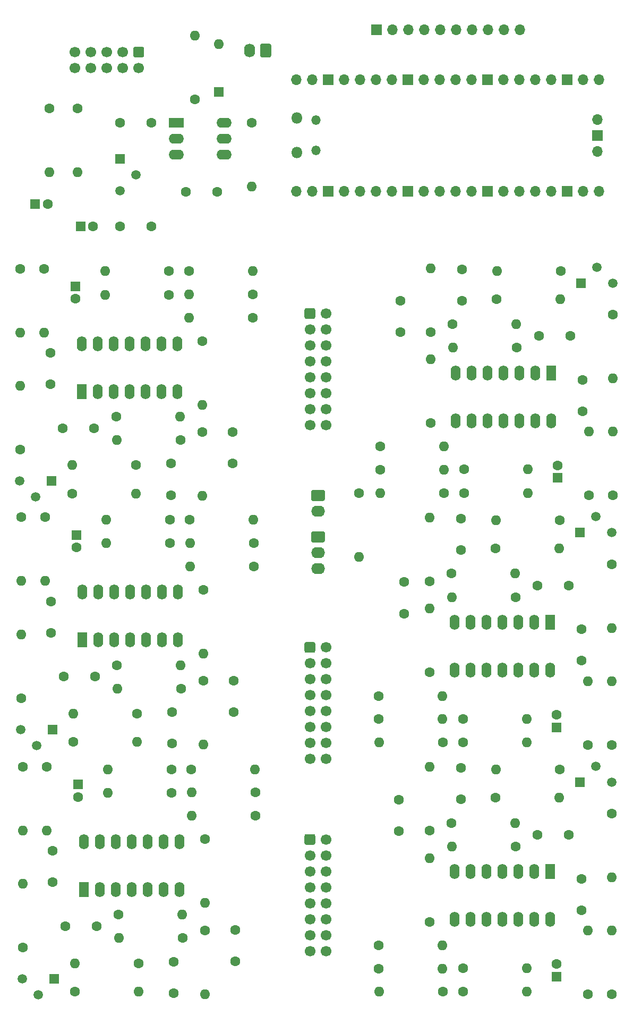
<source format=gbr>
%TF.GenerationSoftware,KiCad,Pcbnew,5.1.10-88a1d61d58~88~ubuntu20.10.1*%
%TF.CreationDate,2021-05-14T16:13:35+02:00*%
%TF.ProjectId,pico-dco,7069636f-2d64-4636-9f2e-6b696361645f,v2.0.0*%
%TF.SameCoordinates,Original*%
%TF.FileFunction,Soldermask,Bot*%
%TF.FilePolarity,Negative*%
%FSLAX46Y46*%
G04 Gerber Fmt 4.6, Leading zero omitted, Abs format (unit mm)*
G04 Created by KiCad (PCBNEW 5.1.10-88a1d61d58~88~ubuntu20.10.1) date 2021-05-14 16:13:35*
%MOMM*%
%LPD*%
G01*
G04 APERTURE LIST*
%ADD10O,1.700000X1.700000*%
%ADD11R,1.700000X1.700000*%
%ADD12O,1.600000X1.600000*%
%ADD13C,1.600000*%
%ADD14O,1.600000X2.400000*%
%ADD15R,1.600000X2.400000*%
%ADD16R,1.500000X1.500000*%
%ADD17C,1.500000*%
%ADD18R,1.600000X1.600000*%
%ADD19C,1.700000*%
%ADD20O,2.190000X1.740000*%
%ADD21O,2.400000X1.600000*%
%ADD22R,2.400000X1.600000*%
%ADD23O,1.740000X2.190000*%
%ADD24O,1.500000X1.500000*%
%ADD25O,1.800000X1.800000*%
G04 APERTURE END LIST*
D10*
%TO.C,MOD1*%
X132260000Y-22700000D03*
X129720000Y-22700000D03*
X127180000Y-22700000D03*
X124640000Y-22700000D03*
X122100000Y-22700000D03*
X119560000Y-22700000D03*
X117020000Y-22700000D03*
X114480000Y-22700000D03*
X111940000Y-22700000D03*
D11*
X109400000Y-22700000D03*
%TD*%
D12*
%TO.C,R4*%
X106600000Y-106660000D03*
D13*
X106600000Y-96500000D03*
%TD*%
%TO.C,C16*%
X113800000Y-115700000D03*
X113800000Y-110700000D03*
%TD*%
D14*
%TO.C,U8*%
X62810000Y-152060000D03*
X78050000Y-159680000D03*
X65350000Y-152060000D03*
X75510000Y-159680000D03*
X67890000Y-152060000D03*
X72970000Y-159680000D03*
X70430000Y-152060000D03*
X70430000Y-159680000D03*
X72970000Y-152060000D03*
X67890000Y-159680000D03*
X75510000Y-152060000D03*
X65350000Y-159680000D03*
X78050000Y-152060000D03*
D15*
X62810000Y-159680000D03*
%TD*%
D14*
%TO.C,U7*%
X137100000Y-164440000D03*
X121860000Y-156820000D03*
X134560000Y-164440000D03*
X124400000Y-156820000D03*
X132020000Y-164440000D03*
X126940000Y-156820000D03*
X129480000Y-164440000D03*
X129480000Y-156820000D03*
X126940000Y-164440000D03*
X132020000Y-156820000D03*
X124400000Y-164440000D03*
X134560000Y-156820000D03*
X121860000Y-164440000D03*
D15*
X137100000Y-156820000D03*
%TD*%
D14*
%TO.C,U6*%
X62560000Y-112300000D03*
X77800000Y-119920000D03*
X65100000Y-112300000D03*
X75260000Y-119920000D03*
X67640000Y-112300000D03*
X72720000Y-119920000D03*
X70180000Y-112300000D03*
X70180000Y-119920000D03*
X72720000Y-112300000D03*
X67640000Y-119920000D03*
X75260000Y-112300000D03*
X65100000Y-119920000D03*
X77800000Y-112300000D03*
D15*
X62560000Y-119920000D03*
%TD*%
D14*
%TO.C,U5*%
X137100000Y-124700000D03*
X121860000Y-117080000D03*
X134560000Y-124700000D03*
X124400000Y-117080000D03*
X132020000Y-124700000D03*
X126940000Y-117080000D03*
X129480000Y-124700000D03*
X129480000Y-117080000D03*
X126940000Y-124700000D03*
X132020000Y-117080000D03*
X124400000Y-124700000D03*
X134560000Y-117080000D03*
X121860000Y-124700000D03*
D15*
X137100000Y-117080000D03*
%TD*%
D12*
%TO.C,R87*%
X66550000Y-140530000D03*
D13*
X76710000Y-140530000D03*
%TD*%
D12*
%TO.C,R86*%
X66550000Y-144279999D03*
D13*
X76710000Y-144279999D03*
%TD*%
D12*
%TO.C,R85*%
X56810000Y-150290000D03*
D13*
X56810000Y-140130000D03*
%TD*%
D12*
%TO.C,R84*%
X53010000Y-150290000D03*
D13*
X53010000Y-140130000D03*
%TD*%
D12*
%TO.C,R83*%
X53010000Y-158770000D03*
D13*
X53010000Y-168930000D03*
%TD*%
D12*
%TO.C,R82*%
X90070000Y-140530000D03*
D13*
X79910000Y-140530000D03*
%TD*%
D12*
%TO.C,R81*%
X79950000Y-144229999D03*
D13*
X90110000Y-144229999D03*
%TD*%
D12*
%TO.C,R80*%
X79950000Y-147929999D03*
D13*
X90110000Y-147929999D03*
%TD*%
D12*
%TO.C,R79*%
X71470000Y-175930000D03*
D13*
X61310000Y-175930000D03*
%TD*%
D12*
%TO.C,R78*%
X78470000Y-163680000D03*
D13*
X68310000Y-163680000D03*
%TD*%
D12*
%TO.C,R77*%
X61350000Y-171430000D03*
D13*
X71510000Y-171430000D03*
%TD*%
D12*
%TO.C,R76*%
X68400000Y-167429999D03*
D13*
X78560000Y-167429999D03*
%TD*%
D12*
%TO.C,R75*%
X82060000Y-161839999D03*
D13*
X82060000Y-151679999D03*
%TD*%
D12*
%TO.C,R74*%
X82060000Y-176339999D03*
D13*
X82060000Y-166179999D03*
%TD*%
D12*
%TO.C,R73*%
X133360000Y-175970000D03*
D13*
X123200000Y-175970000D03*
%TD*%
D12*
%TO.C,R72*%
X133360000Y-172220001D03*
D13*
X123200000Y-172220001D03*
%TD*%
D12*
%TO.C,R71*%
X143100000Y-166210000D03*
D13*
X143100000Y-176370000D03*
%TD*%
D12*
%TO.C,R70*%
X146900000Y-166210000D03*
D13*
X146900000Y-176370000D03*
%TD*%
D12*
%TO.C,R69*%
X146900000Y-157730000D03*
D13*
X146900000Y-147570000D03*
%TD*%
D12*
%TO.C,R68*%
X109840000Y-175970000D03*
D13*
X120000000Y-175970000D03*
%TD*%
D12*
%TO.C,R67*%
X119960000Y-172270001D03*
D13*
X109800000Y-172270001D03*
%TD*%
D12*
%TO.C,R66*%
X119960000Y-168570001D03*
D13*
X109800000Y-168570001D03*
%TD*%
D12*
%TO.C,R65*%
X128440000Y-140570000D03*
D13*
X138600000Y-140570000D03*
%TD*%
D12*
%TO.C,R64*%
X121440000Y-152820000D03*
D13*
X131600000Y-152820000D03*
%TD*%
D12*
%TO.C,R63*%
X138560000Y-145070000D03*
D13*
X128400000Y-145070000D03*
%TD*%
D12*
%TO.C,R62*%
X131510000Y-149070001D03*
D13*
X121350000Y-149070001D03*
%TD*%
D12*
%TO.C,R61*%
X117850000Y-154660001D03*
D13*
X117850000Y-164820001D03*
%TD*%
D12*
%TO.C,R60*%
X117850000Y-140160001D03*
D13*
X117850000Y-150320001D03*
%TD*%
D12*
%TO.C,R59*%
X66300000Y-100770000D03*
D13*
X76460000Y-100770000D03*
%TD*%
D12*
%TO.C,R58*%
X66300000Y-104520000D03*
D13*
X76460000Y-104520000D03*
%TD*%
D12*
%TO.C,R57*%
X56560000Y-110530000D03*
D13*
X56560000Y-100370000D03*
%TD*%
D12*
%TO.C,R56*%
X52760000Y-110530000D03*
D13*
X52760000Y-100370000D03*
%TD*%
D12*
%TO.C,R55*%
X52760000Y-119010000D03*
D13*
X52760000Y-129170000D03*
%TD*%
D12*
%TO.C,R54*%
X89820000Y-100770000D03*
D13*
X79660000Y-100770000D03*
%TD*%
D12*
%TO.C,R53*%
X79700000Y-104470000D03*
D13*
X89860000Y-104470000D03*
%TD*%
D12*
%TO.C,R52*%
X79700000Y-108170000D03*
D13*
X89860000Y-108170000D03*
%TD*%
D12*
%TO.C,R51*%
X71220000Y-136170000D03*
D13*
X61060000Y-136170000D03*
%TD*%
D12*
%TO.C,R50*%
X78220000Y-123920000D03*
D13*
X68060000Y-123920000D03*
%TD*%
D12*
%TO.C,R49*%
X61100000Y-131670000D03*
D13*
X71260000Y-131670000D03*
%TD*%
D12*
%TO.C,R48*%
X68150000Y-127670000D03*
D13*
X78310000Y-127670000D03*
%TD*%
D12*
%TO.C,R47*%
X81810000Y-122080000D03*
D13*
X81810000Y-111920000D03*
%TD*%
D12*
%TO.C,R46*%
X81810000Y-136580000D03*
D13*
X81810000Y-126420000D03*
%TD*%
D12*
%TO.C,R45*%
X133360000Y-136230000D03*
D13*
X123200000Y-136230000D03*
%TD*%
D12*
%TO.C,R44*%
X133360000Y-132480000D03*
D13*
X123200000Y-132480000D03*
%TD*%
D12*
%TO.C,R43*%
X143100000Y-126470000D03*
D13*
X143100000Y-136630000D03*
%TD*%
D12*
%TO.C,R42*%
X146900000Y-126470000D03*
D13*
X146900000Y-136630000D03*
%TD*%
D12*
%TO.C,R41*%
X146900000Y-117990000D03*
D13*
X146900000Y-107830000D03*
%TD*%
D12*
%TO.C,R40*%
X109840000Y-136230000D03*
D13*
X120000000Y-136230000D03*
%TD*%
D12*
%TO.C,R39*%
X119960000Y-132530000D03*
D13*
X109800000Y-132530000D03*
%TD*%
D12*
%TO.C,R38*%
X119960000Y-128830000D03*
D13*
X109800000Y-128830000D03*
%TD*%
D12*
%TO.C,R37*%
X128440000Y-100830000D03*
D13*
X138600000Y-100830000D03*
%TD*%
D12*
%TO.C,R36*%
X121440000Y-113080000D03*
D13*
X131600000Y-113080000D03*
%TD*%
D12*
%TO.C,R35*%
X138560000Y-105330000D03*
D13*
X128400000Y-105330000D03*
%TD*%
D12*
%TO.C,R34*%
X131510000Y-109330000D03*
D13*
X121350000Y-109330000D03*
%TD*%
D12*
%TO.C,R33*%
X117850000Y-114920000D03*
D13*
X117850000Y-125080000D03*
%TD*%
D12*
%TO.C,R32*%
X117850000Y-100420000D03*
D13*
X117850000Y-110580000D03*
%TD*%
D16*
%TO.C,Q6*%
X58060000Y-173930000D03*
D17*
X52980000Y-173930000D03*
X55520000Y-176470000D03*
%TD*%
D16*
%TO.C,Q5*%
X141850000Y-142570000D03*
D17*
X146930000Y-142570000D03*
X144390000Y-140030000D03*
%TD*%
D16*
%TO.C,Q4*%
X57810000Y-134170000D03*
D17*
X52730000Y-134170000D03*
X55270000Y-136710000D03*
%TD*%
D16*
%TO.C,Q3*%
X141850000Y-102830000D03*
D17*
X146930000Y-102830000D03*
X144390000Y-100290000D03*
%TD*%
D13*
%TO.C,C35*%
X57810000Y-153530000D03*
X57810000Y-158530000D03*
%TD*%
%TO.C,C34*%
X61810000Y-144930000D03*
D18*
X61810000Y-142930000D03*
%TD*%
D13*
%TO.C,C33*%
X64810000Y-165530000D03*
X59810000Y-165530000D03*
%TD*%
%TO.C,C32*%
X77060000Y-176180000D03*
X77060000Y-171180000D03*
%TD*%
%TO.C,C31*%
X86910000Y-171129999D03*
X86910000Y-166129999D03*
%TD*%
%TO.C,C30*%
X142100000Y-162970000D03*
X142100000Y-157970000D03*
%TD*%
%TO.C,C29*%
X138100000Y-171570000D03*
D18*
X138100000Y-173570000D03*
%TD*%
D13*
%TO.C,C28*%
X135100000Y-150970000D03*
X140100000Y-150970000D03*
%TD*%
%TO.C,C27*%
X122850000Y-140320000D03*
X122850000Y-145320000D03*
%TD*%
%TO.C,C26*%
X113000000Y-145370001D03*
X113000000Y-150370001D03*
%TD*%
%TO.C,C25*%
X57560000Y-113770000D03*
X57560000Y-118770000D03*
%TD*%
%TO.C,C24*%
X61560000Y-105170000D03*
D18*
X61560000Y-103170000D03*
%TD*%
D13*
%TO.C,C23*%
X64560000Y-125770000D03*
X59560000Y-125770000D03*
%TD*%
%TO.C,C22*%
X76810000Y-136420000D03*
X76810000Y-131420000D03*
%TD*%
%TO.C,C21*%
X86660000Y-131370000D03*
X86660000Y-126370000D03*
%TD*%
%TO.C,C20*%
X142100000Y-123230000D03*
X142100000Y-118230000D03*
%TD*%
%TO.C,C19*%
X138100000Y-131830000D03*
D18*
X138100000Y-133830000D03*
%TD*%
D13*
%TO.C,C18*%
X135100000Y-111230000D03*
X140100000Y-111230000D03*
%TD*%
%TO.C,C17*%
X122850000Y-100580000D03*
X122850000Y-105580000D03*
%TD*%
D14*
%TO.C,U4*%
X62400000Y-72700000D03*
X77640000Y-80320000D03*
X64940000Y-72700000D03*
X75100000Y-80320000D03*
X67480000Y-72700000D03*
X72560000Y-80320000D03*
X70020000Y-72700000D03*
X70020000Y-80320000D03*
X72560000Y-72700000D03*
X67480000Y-80320000D03*
X75100000Y-72700000D03*
X64940000Y-80320000D03*
X77640000Y-72700000D03*
D15*
X62400000Y-80320000D03*
%TD*%
D12*
%TO.C,R31*%
X66140000Y-61170000D03*
D13*
X76300000Y-61170000D03*
%TD*%
D12*
%TO.C,R30*%
X66140000Y-64920000D03*
D13*
X76300000Y-64920000D03*
%TD*%
D12*
%TO.C,R29*%
X56400000Y-70930000D03*
D13*
X56400000Y-60770000D03*
%TD*%
D12*
%TO.C,R28*%
X52600000Y-70930000D03*
D13*
X52600000Y-60770000D03*
%TD*%
D12*
%TO.C,R27*%
X52600000Y-79410000D03*
D13*
X52600000Y-89570000D03*
%TD*%
D12*
%TO.C,R26*%
X89660000Y-61170000D03*
D13*
X79500000Y-61170000D03*
%TD*%
D12*
%TO.C,R25*%
X79540000Y-64870000D03*
D13*
X89700000Y-64870000D03*
%TD*%
D12*
%TO.C,R24*%
X79540000Y-68570000D03*
D13*
X89700000Y-68570000D03*
%TD*%
D12*
%TO.C,R23*%
X71060000Y-96570000D03*
D13*
X60900000Y-96570000D03*
%TD*%
D12*
%TO.C,R22*%
X78060000Y-84320000D03*
D13*
X67900000Y-84320000D03*
%TD*%
D12*
%TO.C,R21*%
X60940000Y-92070000D03*
D13*
X71100000Y-92070000D03*
%TD*%
D12*
%TO.C,R20*%
X67990000Y-88070000D03*
D13*
X78150000Y-88070000D03*
%TD*%
D12*
%TO.C,R19*%
X81650000Y-82480000D03*
D13*
X81650000Y-72320000D03*
%TD*%
D12*
%TO.C,R18*%
X81650000Y-96980000D03*
D13*
X81650000Y-86820000D03*
%TD*%
D16*
%TO.C,Q2*%
X57650000Y-94570000D03*
D17*
X52570000Y-94570000D03*
X55110000Y-97110000D03*
%TD*%
D13*
%TO.C,C15*%
X57400000Y-74170000D03*
X57400000Y-79170000D03*
%TD*%
%TO.C,C14*%
X61400000Y-65570000D03*
D18*
X61400000Y-63570000D03*
%TD*%
D13*
%TO.C,C13*%
X64400000Y-86170000D03*
X59400000Y-86170000D03*
%TD*%
%TO.C,C12*%
X76650000Y-96820000D03*
X76650000Y-91820000D03*
%TD*%
%TO.C,C11*%
X86500000Y-91770000D03*
X86500000Y-86770000D03*
%TD*%
D19*
%TO.C,GATE1*%
X101340000Y-85680000D03*
X101340000Y-83140000D03*
X101340000Y-80600000D03*
X101340000Y-78060000D03*
X101340000Y-75520000D03*
X101340000Y-72980000D03*
X101340000Y-70440000D03*
X101340000Y-67900000D03*
X98800000Y-85680000D03*
X98800000Y-83140000D03*
X98800000Y-80600000D03*
X98800000Y-78060000D03*
X98800000Y-75520000D03*
X98800000Y-72980000D03*
X98800000Y-70440000D03*
G36*
G01*
X97950000Y-68500000D02*
X97950000Y-67300000D01*
G75*
G02*
X98200000Y-67050000I250000J0D01*
G01*
X99400000Y-67050000D01*
G75*
G02*
X99650000Y-67300000I0J-250000D01*
G01*
X99650000Y-68500000D01*
G75*
G02*
X99400000Y-68750000I-250000J0D01*
G01*
X98200000Y-68750000D01*
G75*
G02*
X97950000Y-68500000I0J250000D01*
G01*
G37*
%TD*%
%TO.C,RAMP1*%
X101340000Y-138880000D03*
X101340000Y-136340000D03*
X101340000Y-133800000D03*
X101340000Y-131260000D03*
X101340000Y-128720000D03*
X101340000Y-126180000D03*
X101340000Y-123640000D03*
X101340000Y-121100000D03*
X98800000Y-138880000D03*
X98800000Y-136340000D03*
X98800000Y-133800000D03*
X98800000Y-131260000D03*
X98800000Y-128720000D03*
X98800000Y-126180000D03*
X98800000Y-123640000D03*
G36*
G01*
X97950000Y-121700000D02*
X97950000Y-120500000D01*
G75*
G02*
X98200000Y-120250000I250000J0D01*
G01*
X99400000Y-120250000D01*
G75*
G02*
X99650000Y-120500000I0J-250000D01*
G01*
X99650000Y-121700000D01*
G75*
G02*
X99400000Y-121950000I-250000J0D01*
G01*
X98200000Y-121950000D01*
G75*
G02*
X97950000Y-121700000I0J250000D01*
G01*
G37*
%TD*%
D20*
%TO.C,PWM_IN1*%
X100100000Y-99440000D03*
G36*
G01*
X99254999Y-96030000D02*
X100945001Y-96030000D01*
G75*
G02*
X101195000Y-96279999I0J-249999D01*
G01*
X101195000Y-97520001D01*
G75*
G02*
X100945001Y-97770000I-249999J0D01*
G01*
X99254999Y-97770000D01*
G75*
G02*
X99005000Y-97520001I0J249999D01*
G01*
X99005000Y-96279999D01*
G75*
G02*
X99254999Y-96030000I249999J0D01*
G01*
G37*
%TD*%
D19*
%TO.C,PULSE1*%
X101340000Y-169480000D03*
X101340000Y-166940000D03*
X101340000Y-164400000D03*
X101340000Y-161860000D03*
X101340000Y-159320000D03*
X101340000Y-156780000D03*
X101340000Y-154240000D03*
X101340000Y-151700000D03*
X98800000Y-169480000D03*
X98800000Y-166940000D03*
X98800000Y-164400000D03*
X98800000Y-161860000D03*
X98800000Y-159320000D03*
X98800000Y-156780000D03*
X98800000Y-154240000D03*
G36*
G01*
X97950000Y-152300000D02*
X97950000Y-151100000D01*
G75*
G02*
X98200000Y-150850000I250000J0D01*
G01*
X99400000Y-150850000D01*
G75*
G02*
X99650000Y-151100000I0J-250000D01*
G01*
X99650000Y-152300000D01*
G75*
G02*
X99400000Y-152550000I-250000J0D01*
G01*
X98200000Y-152550000D01*
G75*
G02*
X97950000Y-152300000I0J250000D01*
G01*
G37*
%TD*%
D21*
%TO.C,U3*%
X85120000Y-37500000D03*
X77500000Y-42580000D03*
X85120000Y-40040000D03*
X77500000Y-40040000D03*
X85120000Y-42580000D03*
D22*
X77500000Y-37500000D03*
%TD*%
D12*
%TO.C,R17*%
X89500000Y-47660000D03*
D13*
X89500000Y-37500000D03*
%TD*%
D12*
%TO.C,R16*%
X80500000Y-23590000D03*
D13*
X80500000Y-33750000D03*
%TD*%
D23*
%TO.C,MIDI_IN1*%
X89210000Y-26000000D03*
G36*
G01*
X92620000Y-25154999D02*
X92620000Y-26845001D01*
G75*
G02*
X92370001Y-27095000I-249999J0D01*
G01*
X91129999Y-27095000D01*
G75*
G02*
X90880000Y-26845001I0J249999D01*
G01*
X90880000Y-25154999D01*
G75*
G02*
X91129999Y-24905000I249999J0D01*
G01*
X92370001Y-24905000D01*
G75*
G02*
X92620000Y-25154999I0J-249999D01*
G01*
G37*
%TD*%
D12*
%TO.C,D1*%
X84250000Y-25000000D03*
D18*
X84250000Y-32620000D03*
%TD*%
D13*
%TO.C,C10*%
X79000000Y-48500000D03*
X84000000Y-48500000D03*
%TD*%
D16*
%TO.C,U1*%
X68500000Y-43250000D03*
D17*
X68500000Y-48330000D03*
X71040000Y-45790000D03*
%TD*%
D19*
%TO.C,POWER1*%
X61340000Y-28790000D03*
X63880000Y-28790000D03*
X66420000Y-28790000D03*
X68960000Y-28790000D03*
X71500000Y-28790000D03*
X61340000Y-26250000D03*
X63880000Y-26250000D03*
X66420000Y-26250000D03*
X68960000Y-26250000D03*
G36*
G01*
X70900000Y-25400000D02*
X72100000Y-25400000D01*
G75*
G02*
X72350000Y-25650000I0J-250000D01*
G01*
X72350000Y-26850000D01*
G75*
G02*
X72100000Y-27100000I-250000J0D01*
G01*
X70900000Y-27100000D01*
G75*
G02*
X70650000Y-26850000I0J250000D01*
G01*
X70650000Y-25650000D01*
G75*
G02*
X70900000Y-25400000I250000J0D01*
G01*
G37*
%TD*%
D12*
%TO.C,FB2*%
X61750000Y-45410000D03*
D13*
X61750000Y-35250000D03*
%TD*%
D12*
%TO.C,FB1*%
X57250000Y-45410000D03*
D13*
X57250000Y-35250000D03*
%TD*%
%TO.C,C9*%
X64250000Y-54000000D03*
D18*
X62250000Y-54000000D03*
%TD*%
D13*
%TO.C,C8*%
X57000000Y-50500000D03*
D18*
X55000000Y-50500000D03*
%TD*%
D13*
%TO.C,C7*%
X73500000Y-37500000D03*
X68500000Y-37500000D03*
%TD*%
%TO.C,C6*%
X68500000Y-54000000D03*
X73500000Y-54000000D03*
%TD*%
D20*
%TO.C,PW_POT1*%
X100100000Y-108580000D03*
X100100000Y-106040000D03*
G36*
G01*
X99254999Y-102630000D02*
X100945001Y-102630000D01*
G75*
G02*
X101195000Y-102879999I0J-249999D01*
G01*
X101195000Y-104120001D01*
G75*
G02*
X100945001Y-104370000I-249999J0D01*
G01*
X99254999Y-104370000D01*
G75*
G02*
X99005000Y-104120001I0J249999D01*
G01*
X99005000Y-102879999D01*
G75*
G02*
X99254999Y-102630000I249999J0D01*
G01*
G37*
%TD*%
D14*
%TO.C,U2*%
X137300000Y-84970000D03*
X122060000Y-77350000D03*
X134760000Y-84970000D03*
X124600000Y-77350000D03*
X132220000Y-84970000D03*
X127140000Y-77350000D03*
X129680000Y-84970000D03*
X129680000Y-77350000D03*
X127140000Y-84970000D03*
X132220000Y-77350000D03*
X124600000Y-84970000D03*
X134760000Y-77350000D03*
X122060000Y-84970000D03*
D15*
X137300000Y-77350000D03*
%TD*%
D13*
%TO.C,C5*%
X142300000Y-83500000D03*
X142300000Y-78500000D03*
%TD*%
D16*
%TO.C,Q1*%
X142050000Y-63100000D03*
D17*
X147130000Y-63100000D03*
X144590000Y-60560000D03*
%TD*%
D12*
%TO.C,R15*%
X133560000Y-96500000D03*
D13*
X123400000Y-96500000D03*
%TD*%
D12*
%TO.C,R14*%
X133560000Y-92750000D03*
D13*
X123400000Y-92750000D03*
%TD*%
D12*
%TO.C,R13*%
X143300000Y-86740000D03*
D13*
X143300000Y-96900000D03*
%TD*%
D12*
%TO.C,R12*%
X147100000Y-86740000D03*
D13*
X147100000Y-96900000D03*
%TD*%
D12*
%TO.C,R11*%
X147100000Y-78260000D03*
D13*
X147100000Y-68100000D03*
%TD*%
D12*
%TO.C,R10*%
X110040000Y-96500000D03*
D13*
X120200000Y-96500000D03*
%TD*%
D12*
%TO.C,R9*%
X120160000Y-92800000D03*
D13*
X110000000Y-92800000D03*
%TD*%
D12*
%TO.C,R8*%
X120160000Y-89100000D03*
D13*
X110000000Y-89100000D03*
%TD*%
D12*
%TO.C,R7*%
X128640000Y-61100000D03*
D13*
X138800000Y-61100000D03*
%TD*%
D12*
%TO.C,R6*%
X121640000Y-73350000D03*
D13*
X131800000Y-73350000D03*
%TD*%
D12*
%TO.C,R5*%
X138760000Y-65600000D03*
D13*
X128600000Y-65600000D03*
%TD*%
D12*
%TO.C,R3*%
X131710000Y-69600000D03*
D13*
X121550000Y-69600000D03*
%TD*%
D12*
%TO.C,R2*%
X118050000Y-75190000D03*
D13*
X118050000Y-85350000D03*
%TD*%
D12*
%TO.C,R1*%
X118050000Y-60690000D03*
D13*
X118050000Y-70850000D03*
%TD*%
D10*
%TO.C,MCU1*%
X144650000Y-36960000D03*
D11*
X144650000Y-39500000D03*
D10*
X144650000Y-42040000D03*
D24*
X99780000Y-37075000D03*
X99780000Y-41925000D03*
D25*
X96750000Y-36775000D03*
X96750000Y-42225000D03*
D10*
X96620000Y-30610000D03*
X99160000Y-30610000D03*
D11*
X101700000Y-30610000D03*
D10*
X104240000Y-30610000D03*
X106780000Y-30610000D03*
X109320000Y-30610000D03*
X111860000Y-30610000D03*
D11*
X114400000Y-30610000D03*
D10*
X116940000Y-30610000D03*
X119480000Y-30610000D03*
X122020000Y-30610000D03*
X124560000Y-30610000D03*
D11*
X127100000Y-30610000D03*
D10*
X129640000Y-30610000D03*
X132180000Y-30610000D03*
X134720000Y-30610000D03*
X137260000Y-30610000D03*
D11*
X139800000Y-30610000D03*
D10*
X142340000Y-30610000D03*
X144880000Y-30610000D03*
X144880000Y-48390000D03*
X142340000Y-48390000D03*
D11*
X139800000Y-48390000D03*
D10*
X137260000Y-48390000D03*
X134720000Y-48390000D03*
X132180000Y-48390000D03*
X129640000Y-48390000D03*
D11*
X127100000Y-48390000D03*
D10*
X124560000Y-48390000D03*
X122020000Y-48390000D03*
X119480000Y-48390000D03*
X116940000Y-48390000D03*
D11*
X114400000Y-48390000D03*
D10*
X111860000Y-48390000D03*
X109320000Y-48390000D03*
X106780000Y-48390000D03*
X104240000Y-48390000D03*
D11*
X101700000Y-48390000D03*
D10*
X99160000Y-48390000D03*
X96620000Y-48390000D03*
%TD*%
D13*
%TO.C,C4*%
X138300000Y-92100000D03*
D18*
X138300000Y-94100000D03*
%TD*%
D13*
%TO.C,C3*%
X135300000Y-71500000D03*
X140300000Y-71500000D03*
%TD*%
%TO.C,C2*%
X123050000Y-60850000D03*
X123050000Y-65850000D03*
%TD*%
%TO.C,C1*%
X113200000Y-65900000D03*
X113200000Y-70900000D03*
%TD*%
M02*

</source>
